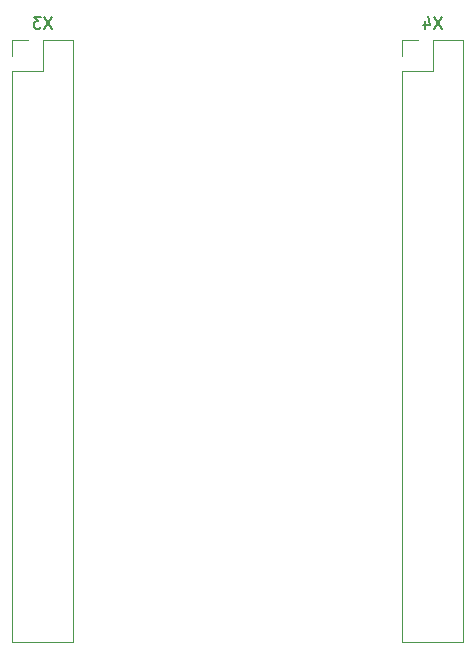
<source format=gbo>
G04 #@! TF.GenerationSoftware,KiCad,Pcbnew,5.0.1*
G04 #@! TF.CreationDate,2018-10-22T18:12:29+01:00*
G04 #@! TF.ProjectId,ecp5_soc_hat,656370355F736F635F6861742E6B6963,rev?*
G04 #@! TF.SameCoordinates,Original*
G04 #@! TF.FileFunction,Legend,Bot*
G04 #@! TF.FilePolarity,Positive*
%FSLAX46Y46*%
G04 Gerber Fmt 4.6, Leading zero omitted, Abs format (unit mm)*
G04 Created by KiCad (PCBNEW 5.0.1) date Mon 22 Oct 2018 18:12:29 BST*
%MOMM*%
%LPD*%
G01*
G04 APERTURE LIST*
%ADD10C,0.120000*%
%ADD11C,0.150000*%
G04 APERTURE END LIST*
D10*
G04 #@! TO.C,X4*
X149860000Y-57090000D02*
X148530000Y-57090000D01*
X148530000Y-57090000D02*
X148530000Y-58420000D01*
X151130000Y-57090000D02*
X151130000Y-59690000D01*
X151130000Y-59690000D02*
X148530000Y-59690000D01*
X148530000Y-59690000D02*
X148530000Y-108010000D01*
X153730000Y-108010000D02*
X148530000Y-108010000D01*
X153730000Y-57090000D02*
X153730000Y-108010000D01*
X153730000Y-57090000D02*
X151130000Y-57090000D01*
G04 #@! TO.C,X3*
X120710000Y-57090000D02*
X118110000Y-57090000D01*
X120710000Y-57090000D02*
X120710000Y-108010000D01*
X120710000Y-108010000D02*
X115510000Y-108010000D01*
X115510000Y-59690000D02*
X115510000Y-108010000D01*
X118110000Y-59690000D02*
X115510000Y-59690000D01*
X118110000Y-57090000D02*
X118110000Y-59690000D01*
X115510000Y-57090000D02*
X115510000Y-58420000D01*
X116840000Y-57090000D02*
X115510000Y-57090000D01*
G04 #@! TO.C,X4*
D11*
X151939523Y-55102380D02*
X151272857Y-56102380D01*
X151272857Y-55102380D02*
X151939523Y-56102380D01*
X150463333Y-55435714D02*
X150463333Y-56102380D01*
X150701428Y-55054761D02*
X150939523Y-55769047D01*
X150320476Y-55769047D01*
G04 #@! TO.C,X3*
X118919523Y-55102380D02*
X118252857Y-56102380D01*
X118252857Y-55102380D02*
X118919523Y-56102380D01*
X117967142Y-55102380D02*
X117348095Y-55102380D01*
X117681428Y-55483333D01*
X117538571Y-55483333D01*
X117443333Y-55530952D01*
X117395714Y-55578571D01*
X117348095Y-55673809D01*
X117348095Y-55911904D01*
X117395714Y-56007142D01*
X117443333Y-56054761D01*
X117538571Y-56102380D01*
X117824285Y-56102380D01*
X117919523Y-56054761D01*
X117967142Y-56007142D01*
G04 #@! TD*
M02*

</source>
